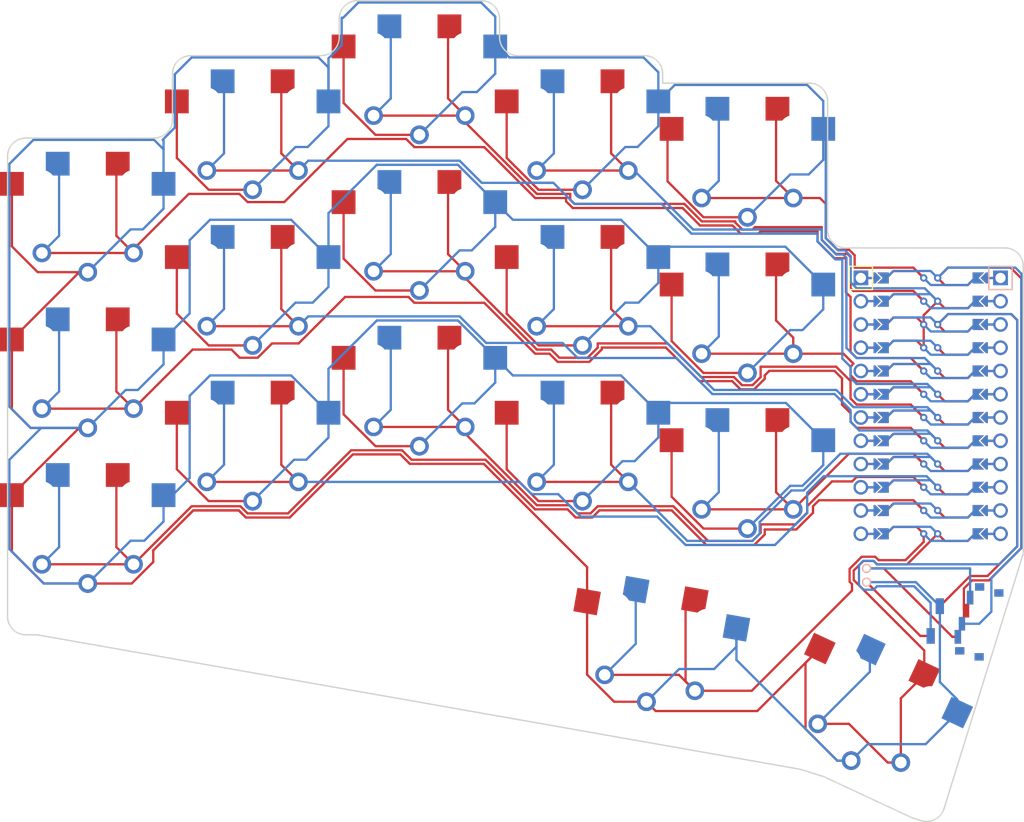
<source format=kicad_pcb>
(kicad_pcb (version 20211014) (generator pcbnew)
  (title_block (title "lazy_ferris") (rev "v1.0.0") (company "Unknown"))
  (layers (0 "F.Cu" signal) (31 "B.Cu" signal) (34 "B.Paste" user) (35 "F.Paste" user) (36 "B.SilkS" user "B.Silkscreen") (37 "F.SilkS" user "F.Silkscreen") (38 "B.Mask" user) (39 "F.Mask" user) (44 "Edge.Cuts" user))
  (net 0 "")
  (net 1 "P8")
  (net 2 "GND")
  (net 3 "P5")
  (net 4 "P2")
  (net 5 "P14")
  (net 6 "P18")
  (net 7 "P20")
  (net 8 "P7")
  (net 9 "P4")
  (net 10 "P0")
  (net 11 "P15")
  (net 12 "P19")
  (net 13 "P21")
  (net 14 "P6")
  (net 15 "P3")
  (net 16 "P1")
  (net 17 "P9")
  (net 18 "P10")
  (net 19 "RAW")
  (net 20 "RST")
  (net 21 "VCC")
  (net 22 "P16")
  (net 23 "pos")
  (footprint "lib:bat" (layer "F.Cu") (at 103 5)
    (fp_text reference "")
    (fp_text value "")
  )
  (footprint "Button_Switch_SMD:SW_SPDT_PCM12" (layer "F.Cu") (at 115 10 72.75)
    (fp_text reference "")
    (fp_text value "")
  )
  (footprint "PG1350" (layer "F.Cu") (at 54.2 -49)
    (fp_text reference "S17" hide)
    (fp_text value "" hide)
  )
  (footprint "PG1350" (layer "F.Cu") (at 54.2 -32)
    (fp_text reference "S15" hide)
    (fp_text value "" hide)
  )
  (footprint "PG1350" (layer "F.Cu") (at 72 -43)
    (fp_text reference "S23" hide)
    (fp_text value "" hide)
  )
  (footprint "PG1350" (layer "F.Cu") (at 90 -6)
    (fp_text reference "S25" hide)
    (fp_text value "" hide)
  )
  (footprint "PG1350" (layer "F.Cu") (at 18 -17 180)
    (fp_text reference "S4" hide)
    (fp_text value "" hide)
  )
  (footprint "PG1350" (layer "F.Cu") (at 80 13 170)
    (fp_text reference "S32" hide)
    (fp_text value "" hide)
  )
  (footprint "PG1350" (layer "F.Cu") (at 80 13 -10)
    (fp_text reference "S31" hide)
    (fp_text value "" hide)
  )
  (footprint "PG1350" (layer "F.Cu") (at 18 -34 180)
    (fp_text reference "S6" hide)
    (fp_text value "" hide)
  )
  (footprint "PG1350" (layer "F.Cu") (at 103.816891 19.893564 155)
    (fp_text reference "S34" hide)
    (fp_text value "" hide)
  )
  (footprint "PG1350" (layer "F.Cu") (at 90 -23 180)
    (fp_text reference "S28" hide)
    (fp_text value "" hide)
  )
  (footprint "PG1350" (layer "F.Cu") (at 18 -17)
    (fp_text reference "S3" hide)
    (fp_text value "" hide)
  )
  (footprint "PG1350" (layer "F.Cu") (at 103.816891 19.893564 -25)
    (fp_text reference "S33" hide)
    (fp_text value "" hide)
  )
  (footprint "PG1350" (layer "F.Cu") (at 36 -26)
    (fp_text reference "S9" hide)
    (fp_text value "" hide)
  )
  (footprint "PG1350" (layer "F.Cu") (at 18 -34)
    (fp_text reference "S5" hide)
    (fp_text value "" hide)
  )
  (footprint "PG1350" (layer "F.Cu") (at 36 -43)
    (fp_text reference "S11" hide)
    (fp_text value "" hide)
  )
  (footprint "PG1350" (layer "F.Cu") (at 90 -40 180)
    (fp_text reference "S30" hide)
    (fp_text value "" hide)
  )
  (footprint "PG1350" (layer "F.Cu") (at 72 -9)
    (fp_text reference "S19" hide)
    (fp_text value "" hide)
  )
  (footprint "PG1350" (layer "F.Cu") (at 72 -26)
    (fp_text reference "S21" hide)
    (fp_text value "" hide)
  )
  (footprint "PG1350" (layer "F.Cu") (at 54.2 -49 180)
    (fp_text reference "S18" hide)
    (fp_text value "" hide)
  )
  (footprint "PG1350" (layer "F.Cu") (at 54.2 -15 180)
    (fp_text reference "S14" hide)
    (fp_text value "" hide)
  )
  (footprint "PG1350" (layer "F.Cu") (at 36 -43 180)
    (fp_text reference "S12" hide)
    (fp_text value "" hide)
  )
  (footprint "PG1350" (layer "F.Cu") (at 90 -6 180)
    (fp_text reference "S26" hide)
    (fp_text value "" hide)
  )
  (footprint "PG1350" (layer "F.Cu") (at 72 -26 180)
    (fp_text reference "S22" hide)
    (fp_text value "" hide)
  )
  (footprint "PG1350" (layer "F.Cu") (at 72 -9 180)
    (fp_text reference "S20" hide)
    (fp_text value "" hide)
  )
  (footprint "ProMicro" (layer "F.Cu") (at 110 -13.5 -90)
    (fp_text reference "MCU1" hide)
    (fp_text value "")
  )
  (footprint "PG1350" (layer "F.Cu") (at 90 -23)
    (fp_text reference "S27" hide)
    (fp_text value "" hide)
  )
  (footprint "PG1350" (layer "F.Cu") (at 36 -9 180)
    (fp_text reference "S8" hide)
    (fp_text value "" hide)
  )
  (footprint "PG1350" (layer "F.Cu") (at 36 -26 180)
    (fp_text reference "S10" hide)
    (fp_text value "" hide)
  )
  (footprint "PG1350" (layer "F.Cu") (at 36 -9)
    (fp_text reference "S7" hide)
    (fp_text value "" hide)
  )
  (footprint "PG1350" (layer "F.Cu") (at 18 0)
    (fp_text reference "S1" hide)
    (fp_text value "" hide)
  )
  (footprint "PG1350" (layer "F.Cu") (at 90 -40)
    (fp_text reference "S29" hide)
    (fp_text value "" hide)
  )
  (footprint "PG1350" (layer "F.Cu") (at 54.2 -15)
    (fp_text reference "S13" hide)
    (fp_text value "" hide)
  )
  (footprint "PG1350" (layer "F.Cu") (at 18 0 180)
    (fp_text reference "S2" hide)
    (fp_text value "" hide)
  )
  (footprint "PG1350" (layer "F.Cu") (at 54.2 -32 180)
    (fp_text reference "S16" hide)
    (fp_text value "" hide)
  )
  (footprint "PG1350" (layer "F.Cu") (at 72 -43 180)
    (fp_text reference "S24" hide)
    (fp_text value "" hide)
  )
  (footprint "Button_Switch_SMD:SW_SPST_B3U-1000P" (layer "F.Cu") (at 110.5 10 72.75)
    (fp_text reference "")
    (fp_text value "")
  )
  (gr_line (start 108.05178 31.516078) (end 108.95502 31.796542) (layer "Edge.Cuts") (width 0.15))
  (gr_arc (start 60.95 -57.75) (mid 62.364214 -57.164214) (end 62.95 -55.75) (layer "Edge.Cuts") (width 0.15))
  (gr_line (start 108 31.5) (end 108.008105 31.502517) (layer "Edge.Cuts") (width 0.15))
  (gr_line (start 64.95 -51.75) (end 78.75 -51.75) (layer "Edge.Cuts") (width 0.15))
  (gr_arc (start 27.25 -44.75) (mid 26.664214 -43.335786) (end 25.25 -42.75) (layer "Edge.Cuts") (width 0.15))
  (gr_line (start 80.75 -48.75) (end 96.75 -48.75) (layer "Edge.Cuts") (width 0.15))
  (gr_line (start 80.75 -48.75) (end 80.75 -49.75) (layer "Edge.Cuts") (width 0.15))
  (gr_line (start 27.25 -49.75) (end 27.25 -44.75) (layer "Edge.Cuts") (width 0.15))
  (gr_line (start 29.25 -51.75) (end 43.45 -51.75) (layer "Edge.Cuts") (width 0.15))
  (gr_line (start 108.008105 31.502517) (end 108.049174 31.521667) (layer "Edge.Cuts") (width 0.15))
  (gr_arc (start 118.1 -30.75) (mid 119.514214 -30.164214) (end 120.1 -28.75) (layer "Edge.Cuts") (width 0.15))
  (gr_arc (start 64.95 -51.75) (mid 63.535786 -52.335786) (end 62.95 -53.75) (layer "Edge.Cuts") (width 0.15))
  (gr_arc (start 78.75 -51.75) (mid 80.164214 -51.164214) (end 80.75 -49.75) (layer "Edge.Cuts") (width 0.15))
  (gr_arc (start 95.641789 26.166192) (mid 95.769864 26.193123) (end 95.895904 26.228374) (layer "Edge.Cuts") (width 0.15))
  (gr_line (start 62.95 -53.75) (end 62.95 -55.75) (layer "Edge.Cuts") (width 0.15))
  (gr_arc (start 11.25 11.5) (mid 9.835786 10.914214) (end 9.25 9.5) (layer "Edge.Cuts") (width 0.15))
  (gr_arc (start 100.75 -30.75) (mid 99.335786 -31.335786) (end 98.75 -32.75) (layer "Edge.Cuts") (width 0.15))
  (gr_line (start 12.637999 11.530384) (end 95.641789 26.166192) (layer "Edge.Cuts") (width 0.15))
  (gr_line (start 120.1 2.75) (end 120.068408 2.75) (layer "Edge.Cuts") (width 0.15))
  (gr_line (start 95.895904 26.228374) (end 98.246694 26.969575) (layer "Edge.Cuts") (width 0.15))
  (gr_arc (start 98.246694 26.969576) (mid 98.370158 27.012994) (end 98.490519 27.064394) (layer "Edge.Cuts") (width 0.15))
  (gr_line (start 9.25 9.5) (end 9.25 -40.75) (layer "Edge.Cuts") (width 0.15))
  (gr_line (start 100.75 -30.75) (end 118.1 -30.75) (layer "Edge.Cuts") (width 0.15))
  (gr_arc (start 45.45 -53.75) (mid 44.864214 -52.335786) (end 43.45 -51.75) (layer "Edge.Cuts") (width 0.15))
  (gr_line (start 111.458143 30.479585) (end 120.068408 2.75) (layer "Edge.Cuts") (width 0.15))
  (gr_arc (start 12.290703 11.500001) (mid 12.465014 11.507612) (end 12.637999 11.530385) (layer "Edge.Cuts") (width 0.15))
  (gr_arc (start 9.25 -40.75) (mid 9.835786 -42.164214) (end 11.25 -42.75) (layer "Edge.Cuts") (width 0.15))
  (gr_line (start 60.95 -57.75) (end 47.45 -57.75) (layer "Edge.Cuts") (width 0.15))
  (gr_arc (start 111.458143 30.479585) (mid 110.479332 31.656477) (end 108.95502 31.796542) (layer "Edge.Cuts") (width 0.15))
  (gr_line (start 108.000343 31.498897) (end 108 31.5) (layer "Edge.Cuts") (width 0.15))
  (gr_line (start 11.25 -42.75) (end 25.25 -42.75) (layer "Edge.Cuts") (width 0.15))
  (gr_line (start 12.290703 11.5) (end 11.25 11.5) (layer "Edge.Cuts") (width 0.15))
  (gr_arc (start 96.75 -48.75) (mid 98.164214 -48.164214) (end 98.75 -46.75) (layer "Edge.Cuts") (width 0.15))
  (gr_line (start 98.490519 27.064394) (end 108.000343 31.498897) (layer "Edge.Cuts") (width 0.15))
  (gr_line (start 120.131984 2.545251) (end 120.1 2.53532) (layer "Edge.Cuts") (width 0.15))
  (gr_line (start 120.1 2.648257) (end 120.1 2.75) (layer "Edge.Cuts") (width 0.15))
  (gr_line (start 45.45 -55.75) (end 45.45 -53.75) (layer "Edge.Cuts") (width 0.15))
  (gr_line (start 120.1 2.648257) (end 120.131984 2.545251) (layer "Edge.Cuts") (width 0.15))
  (gr_line (start 98.75 -32.75) (end 98.75 -46.75) (layer "Edge.Cuts") (width 0.15))
  (gr_line (start 120.1 2.53532) (end 120.1 -28.75) (layer "Edge.Cuts") (width 0.15))
  (gr_arc (start 27.25 -49.75) (mid 27.835786 -51.164214) (end 29.25 -51.75) (layer "Edge.Cuts") (width 0.15))
  (gr_arc (start 45.45 -55.75) (mid 46.035786 -57.164214) (end 47.45 -57.75) (layer "Edge.Cuts") (width 0.15))
  (gr_line (start 108.049174 31.521667) (end 108.05178 31.516078) (layer "Edge.Cuts") (width 0.15))
  (segment (start 21.124999 1.924999) (end 21.124999 -5.799999) (width 0.25) (layer "F.Cu") (net 1))
  (segment (start 66.830747 -2.2) (end 61.410747 -7.62) (width 0.25) (layer "F.Cu") (net 1))
  (segment (start 81.73 -2.09) (end 73.846396 -2.09) (width 0.25) (layer "F.Cu") (net 1))
  (segment (start 91.89 0) (end 91.89 0.542857) (width 0.25) (layer "F.Cu") (net 1))
  (segment (start 97.811396 -3.195) (end 97.156396 -2.54) (width 0.25) (layer "F.Cu") (net 1))
  (segment (start 52.31 -8.65) (end 46.75 -8.65) (width 0.25) (layer "F.Cu") (net 1))
  (segment (start 23 3.8) (end 13 3.8) (width 0.25) (layer "F.Cu") (net 1))
  (segment (start 97.811396 -3.195) (end 108.113 -3.195) (width 0.25) (layer "F.Cu") (net 1))
  (segment (start 90.741857 1.691) (end 85.511 1.691) (width 0.25) (layer "F.Cu") (net 1))
  (segment (start 73.846396 -2.09) (end 73.065396 -1.309) (width 0.25) (layer "F.Cu") (net 1))
  (segment (start 97.156396 -2.54) (end 97.156396 -1.823539) (width 0.25) (layer "F.Cu") (net 1))
  (segment (start 53.34 -7.62) (end 52.31 -8.65) (width 0.25) (layer "F.Cu") (net 1))
  (segment (start 95.332857 0) (end 91.89 0) (width 0.25) (layer "F.Cu") (net 1))
  (segment (start 23 3.8) (end 21.124999 1.924999) (width 0.25) (layer "F.Cu") (net 1))
  (segment (start 109.238 -2.07) (end 108.113 -3.195) (width 0.25) (layer "F.Cu") (net 1))
  (segment (start 91.89 0.542857) (end 90.741857 1.691) (width 0.25) (layer "F.Cu") (net 1))
  (segment (start 46.75 -8.65) (end 39.859 -1.759) (width 0.25) (layer "F.Cu") (net 1))
  (segment (start 21.124999 -5.799999) (end 21.275 -5.95) (width 0.25) (layer "F.Cu") (net 1))
  (segment (start 70.367143 -2.2) (end 66.830747 -2.2) (width 0.25) (layer "F.Cu") (net 1))
  (segment (start 97.156396 -1.823539) (end 95.332857 0) (width 0.25) (layer "F.Cu") (net 1))
  (segment (start 39.859 -1.759) (end 35.444539 -1.759) (width 0.25) (layer "F.Cu") (net 1))
  (segment (start 34.663539 -2.54) (end 29.34 -2.54) (width 0.25) (layer "F.Cu") (net 1))
  (segment (start 29.34 -2.54) (end 23 3.8) (width 0.25) (layer "F.Cu") (net 1))
  (segment (start 71.258143 -1.309) (end 70.367143 -2.2) (width 0.25) (layer "F.Cu") (net 1))
  (segment (start 85.511 1.691) (end 81.73 -2.09) (width 0.25) (layer "F.Cu") (net 1))
  (segment (start 35.444539 -1.759) (end 34.663539 -2.54) (width 0.25) (layer "F.Cu") (net 1))
  (segment (start 61.410747 -7.62) (end 53.34 -7.62) (width 0.25) (layer "F.Cu") (net 1))
  (segment (start 73.065396 -1.309) (end 71.258143 -1.309) (width 0.25) (layer "F.Cu") (net 1))
  (segment (start 13 3.8) (end 14.875001 1.924999) (width 0.25) (layer "B.Cu") (net 1))
  (segment (start 14.875001 1.924999) (end 14.875001 -5.799999) (width 0.25) (layer "B.Cu") (net 1))
  (segment (start 14.875001 -5.799999) (end 14.725 -5.95) (width 0.25) (layer "B.Cu") (net 1))
  (segment (start 63.725 -6.578539) (end 63.725 -12.75) (width 0.25) (layer "F.Cu") (net 2))
  (segment (start 53.153604 -7.17) (end 53.021802 -7.301802) (width 0.25) (layer "F.Cu") (net 2))
  (segment (start 53.021802 -7.301802) (end 52.123604 -8.2) (width 0.25) (layer "F.Cu") (net 2))
  (segment (start 54.2 -43.1) (end 49.403539 -43.1) (width 0.25) (layer "F.Cu") (net 2))
  (segment (start 13.203539 5.9) (end 9.725 2.421461) (width 0.25) (layer "F.Cu") (net 2))
  (segment (start 18 -28.1) (end 12.54 -28.1) (width 0.25) (layer "F.Cu") (net 2))
  (segment (start 54.2 -9.1) (end 49.403539 -9.1) (width 0.25) (layer "F.Cu") (net 2))
  (segment (start 11.76 -11.1) (end 9.725 -13.135) (width 0.25) (layer "F.Cu") (net 2))
  (segment (start 46.936396 -8.2) (end 40.045396 -1.309) (width 0.25) (layer "F.Cu") (net 2))
  (segment (start 109.238 -22.39) (end 109.238 -19.85) (width 0.25) (layer "F.Cu") (net 2))
  (segment (start 72 -37.1) (end 67.203539 -37.1) (width 0.25) (layer "F.Cu") (net 2))
  (segment (start 49.403539 -26.1) (end 45.925 -29.578539) (width 0.25) (layer "F.Cu") (net 2))
  (segment (start 45.925 -46.578539) (end 45.925 -52.75) (width 0.25) (layer "F.Cu") (net 2))
  (segment (start 67.203539 -37.1) (end 63.725 -40.578539) (width 0.25) (layer "F.Cu") (net 2))
  (segment (start 72.501897 15.856289) (end 72.501897 7.870032) (width 0.25) (layer "F.Cu") (net 2))
  (segment (start 9.725 -20.75) (end 17.075 -28.1) (width 0.25) (layer "F.Cu") (net 2))
  (segment (start 34.477143 -2.09) (end 29.526396 -2.09) (width 0.25) (layer "F.Cu") (net 2))
  (segment (start 99.79928 25.24078) (end 96.338403 21.779903) (width 0.25) (layer "F.Cu") (net 2))
  (segment (start 31.203539 -3.1) (end 27.725 -6.578539) (width 0.25) (layer "F.Cu") (net 2))
  (segment (start 9.725 2.421461) (end 9.725 -3.75) (width 0.25) (layer "F.Cu") (net 2))
  (segment (start 18 5.9) (end 22.796461 5.9) (width 0.25) (layer "F.Cu") (net 2))
  (segment (start 72.501897 7.870032) (end 72.501897 4.107546) (width 0.25) (layer "F.Cu") (net 2))
  (segment (start 17.075 -28.1) (end 18 -28.1) (width 0.25) (layer "F.Cu") (net 2))
  (segment (start 96.338403 14.561354) (end 97.902013 12.997744) (width 0.25) (layer "F.Cu") (net 2))
  (segment (start 108.873534 11.623534) (end 103 5.75) (width 0.25) (layer "F.Cu") (net 2))
  (segment (start 27.725 -23.578539) (end 27.725 -29.75) (width 0.25) (layer "F.Cu") (net 2))
  (segment (start 110.762 -24.93) (end 109.238 -23.406) (width 0.25) (layer "F.Cu") (net 2))
  (segment (start 72 -3.1) (end 67.203539 -3.1) (width 0.25) (layer "F.Cu") (net 2))
  (segment (start 61.224351 -7.17) (end 54.2 -7.17) (width 0.25) (layer "F.Cu") (net 2))
  (segment (start 9.725 -13.135) (end 9.725 -20.75) (width 0.25) (layer "F.Cu") (net 2))
  (segment (start 90 -34.1) (end 85.203539 -34.1) (width 0.25) (layer "F.Cu") (net 2))
  (segment (start 31.203539 -20.1) (end 27.725 -23.578539) (width 0.25) (layer "F.Cu") (net 2))
  (segment (start 81.28 -43.305) (end 81.725 -43.75) (width 0.25) (layer "F.Cu") (net 2))
  (segment (start 54.2 -7.17) (end 53.153604 -7.17) (width 0.25) (layer "F.Cu") (net 2))
  (segment (start 18 5.9) (end 13.203539 5.9) (width 0.25) (layer "F.Cu") (net 2))
  (segment (start 45.925 -29.578539) (end 45.925 -35.75) (width 0.25) (layer "F.Cu") (net 2))
  (segment (start 109.238 -23.406) (end 109.238 -22.39) (width 0.25) (layer "F.Cu") (net 2))
  (segment (start 9.725 -30.915) (end 9.725 -37.75) (width 0.25) (layer "F.Cu") (net 2))
  (segment (start 79.991475 19.826365) (end 91.073392 19.826365) (width 0.25) (layer "F.Cu") (net 2))
  (segment (start 25.148197 3.548264) (end 25.148197 2.288198) (width 0.25) (layer "F.Cu") (net 2))
  (segment (start 36 -37.1) (end 31.203539 -37.1) (width 0.25) (layer "F.Cu") (net 2))
  (segment (start 34.793571 -1.773572) (end 34.477143 -2.09) (width 0.25) (layer "F.Cu") (net 2))
  (segment (start 81.28 -38.023539) (end 81.28 -43.305) (width 0.25) (layer "F.Cu") (net 2))
  (segment (start 67.203539 -3.1) (end 63.725 -6.578539) (width 0.25) (layer "F.Cu") (net 2))
  (segment (start 27.725 -40.578539) (end 27.725 -46.75) (width 0.25) (layer "F.Cu") (net 2))
  (segment (start 35.258143 -1.309) (end 34.793571 -1.773572) (width 0.25) (layer "F.Cu") (net 2))
  (segment (start 22.796461 5.9) (end 25.148197 3.548264) (width 0.25) (layer "F.Cu") (net 2))
  (segment (start 81.725 -20.578539) (end 81.725 -26.75) (width 0.25) (layer "F.Cu") (net 2))
  (segment (start 17.075 -11.1) (end 18 -11.1) (width 0.25) (layer "F.Cu") (net 2))
  (segment (start 91.073392 19.826365) (end 97.902013 12.997744) (width 0.25) (layer "F.Cu") (net 2))
  (segment (start 75.455974 18.810366) (end 72.501897 15.856289) (width 0.25) (layer "F.Cu") (net 2))
  (segment (start 78.975476 18.810366) (end 75.455974 18.810366) (width 0.25) (layer "F.Cu") (net 2))
  (segment (start 85.203539 -0.1) (end 81.725 -3.578539) (width 0.25) (layer "F.Cu") (net 2))
  (segment (start 49.403539 -9.1) (end 45.925 -12.578539) (width 0.25) (layer "F.Cu") (net 2))
  (segment (start 90 -0.1) (end 85.203539 -0.1) (width 0.25) (layer "F.Cu") (net 2))
  (segment (start 36 -20.1) (end 31.203539 -20.1) (width 0.25) (layer "F.Cu") (net 2))
  (segment (start 31.203539 -37.1) (end 27.725 -40.578539) (width 0.25) (layer "F.Cu") (net 2))
  (segment (start 9.725 -3.75) (end 17.075 -11.1) (width 0.25) (layer "F.Cu") (net 2))
  (segment (start 34.477143 -2.09) (end 34.733572 -1.833571) (width 0.25) (layer "F.Cu") (net 2))
  (segment (start 109.995879 11.623534) (end 108.873534 11.623534) (width 0.25) (layer "F.Cu") (net 2))
  (segment (start 36 -3.1) (end 31.203539 -3.1) (width 0.25) (layer "F.Cu") (net 2))
  (segment (start 30.48 -2.09) (end 34.477143 -2.09) (width 0.25) (layer "F.Cu") (net 2))
  (segment (start 67.203539 -20.1) (end 63.725 -23.578539) (width 0.25) (layer "F.Cu") (net 2))
  (segment (start 29.526396 -2.09) (end 30.48 -2.09) (width 0.25) (layer "F.Cu") (net 2))
  (segment (start 78.975476 18.810366) (end 79.991475 19.826365) (width 0.25) (layer "F.Cu") (net 2))
  (segment (start 27.725 -6.578539) (end 27.725 -12.75) (width 0.25) (layer "F.Cu") (net 2))
  (segment (start 18 -11.1) (end 11.76 -11.1) (width 0.25) (layer "F.Cu") (net 2))
  (segment (start 85.203539 -34.1) (end 81.28 -38.023539) (width 0.25) (layer "F.Cu") (net 2))
  (segment (start 12.54 -28.1) (end 9.725 -30.915) (width 0.25) (layer "F.Cu") (net 2))
  (segment (start 45.925 -12.578539) (end 45.925 -18.75) (width 0.25) (layer "F.Cu") (net 2))
  (segment (start 52.123604 -8.2) (end 46.936396 -8.2) (width 0.25) (layer "F.Cu") (net 2))
  (segment (start 63.725 -23.578539) (end 63.725 -29.75) (width 0.25) (layer "F.Cu") (net 2))
  (segment (start 25.148197 2.288198) (end 29.526396 -2.09) (width 0.25) (layer "F.Cu") (net 2))
  (segment (start 63.725 -40.578539) (end 63.725 -46.75) (width 0.25) (layer "F.Cu") (net 2))
  (segment (start 85.203539 -17.1) (end 81.725 -20.578539) (width 0.25) (layer "F.Cu") (net 2))
  (segment (start 81.725 -3.578539) (end 81.725 -9.75) (width 0.25) (layer "F.Cu") (net 2))
  (segment (start 72.501897 4.107546) (end 61.224351 -7.17) (width 0.25) (layer "F.Cu") (net 2))
  (segment (start 96.338403 21.779903) (end 96.338403 14.561354) (width 0.25) (layer "F.Cu") (net 2))
  (segment (start 40.045396 -1.309) (end 35.258143 -1.309) (width 0.25) (layer "F.Cu") (net 2))
  (segment (start 90 -17.1) (end 85.203539 -17.1) (width 0.25) (layer "F.Cu") (net 2))
  (segment (start 101.323443 25.24078) (end 99.79928 25.24078) (width 0.25) (layer "F.Cu") (net 2))
  (segment (start 54.2 -26.1) (end 49.403539 -26.1) (width 0.25) (layer "F.Cu") (net 2))
  (segment (start 49.403539 -43.1) (end 45.925 -46.578539) (width 0.25) (layer "F.Cu") (net 2))
  (segment (start 72 -20.1) (end 67.203539 -20.1) (width 0.25) (layer "F.Cu") (net 2))
  (segment (start 29.526396 -2.09) (end 28.958198 -1.521802) (width 0.25) (layer "F.Cu") (net 2))
  (segment (start 80.275 -12.75) (end 80.275 -10.041314) (width 0.25) (layer "B.Cu") (net 2))
  (segment (start 98.275 -43.75) (end 98.275 -46.795) (width 0.25) (layer "B.Cu") (net 2))
  (segment (start 40.199999 -16.825001) (end 31.350001 -16.825001) (width 0.25) (layer "B.Cu") (net 2))
  (segment (start 98.55 -31.827306) (end 99.897306 -30.48) (width 0.25) (layer "B.Cu") (net 2))
  (segment (start 60.474099 -47.774099) (end 62.475 -49.775) (width 0.25) (layer "B.Cu") (net 2))
  (segment (start 11.76 -11.1) (end 9.45 -13.41) (width 0.25) (layer "B.Cu") (net 2))
  (segment (start 86.36 15.24) (end 88.800465 12.799535) (width 0.25) (layer "B.Cu") (net 2))
  (segment (start 98.275 -46.795) (end 96.52 -48.55) (width 0.25) (layer "B.Cu") (net 2))
  (segment (start 90 -0.1) (end 94.674099 -4.774099) (width 0.25) (layer "B.Cu") (net 2))
  (segment (start 78.114099 -24.774099) (end 80.275 -26.935) (width 0.25) (layer "B.Cu") (net 2))
  (segment (start 78.007785 -41.774099) (end 76.674099 -41.774099) (width 0.25) (layer "B.Cu") (net 2))
  (segment (start 31.350001 -33.825001) (end 29.124999 -31.599999) (width 0.25) (layer "B.Cu") (net 2))
  (segment (start 96.52 -48.55) (end 82.075 -48.55) (width 0.25) (layer "B.Cu") (net 2))
  (segment (start 44.275 -29.75) (end 44.275 -26.495) (width 0.25) (layer "B.Cu") (net 2))
  (segment (start 82.075 -48.55) (end 80.275 -46.75) (width 0.25) (layer "B.Cu") (net 2))
  (segment (start 22.14 -15.24) (end 18 -11.1) (width 0.25) (layer "B.Cu") (net 2))
  (segment (start 44.275 -12.75) (end 40.199999 -16.825001) (width 0.25) (layer "B.Cu") (net 2))
  (segment (start 62.475 -52.75) (end 62.475 -56.01446) (width 0.25) (layer "B.Cu") (net 2))
  (segment (start 18 5.9) (end 22.674099 1.225901) (width 0.25) (layer "B.Cu") (net 2))
  (segment (start 45.871887 -55.88) (end 47.541887 -57.55) (width 0.25) (layer "B.Cu") (net 2))
  (segment (start 49.550001 -22.825001) (end 58.399999 -22.825001) (width 0.25) (layer "B.Cu") (net 2))
  (segment (start 103.120358 23.443865) (end 109.449617 23.443865) (width 0.25) (layer "B.Cu") (net 2))
  (segment (start 45.72 -55.88) (end 45.871887 -55.88) (width 0.25) (layer "B.Cu") (net 2))
  (segment (start 58.399999 -39.825001) (end 62.475 -35.75) (width 0.25) (layer "B.Cu") (net 2))
  (segment (start 26.181992 -42.559298) (end 27.508405 -43.885711) (width 0.25) (layer "B.Cu") (net 2))
  (segment (start 29.341887 -51.55) (end 43.18 -51.55) (width 0.25) (layer "B.Cu") (net 2))
  (segment (start 72 -20.1) (end 76.674099 -24.774099) (width 0.25) (layer "B.Cu") (net 2))
  (segment (start 80.275 -26.935) (end 80.275 -29.75) (width 0.25) (layer "B.Cu") (net 2))
  (segment (start 42.007785 -41.774099) (end 44.275 -44.041314) (width 0.25) (layer "B.Cu") (net 2))
  (segment (start 44.275 -46.75) (end 44.275 -50.455) (width 0.25) (layer "B.Cu") (net 2))
  (segment (start 62.832503 -53.144004) (end 62.475 -52.786501) (width 0.25) (layer "B.Cu") (net 2))
  (segment (start 80.275 -46.75) (end 80.275 -44.041314) (width 0.25) (layer "B.Cu") (net 2))
  (segment (start 29.124999 -14.599999) (end 29.124999 -13.884999) (width 0.25) (layer "B.Cu") (net 2))
  (segment (start 64.399999 -16.825001) (end 76.199999 -16.825001) (width 0.25) (layer "B.Cu") (net 2))
  (segment (start 29.124999 -5.614001) (end 27.260998 -3.75) (width 0.25) (layer "B.Cu") (net 2))
  (segment (start 13.203539 5.9) (end 9.45 2.146461) (width 0.25) (layer "B.Cu") (net 2))
  (segment (start 24.174099 1.225901) (end 26.275 -0.875) (width 0.25) (layer "B.Cu") (net 2))
  (segment (start 45.72 -52.897306) (end 45.72 -55.88) (width 0.25) (layer "B.Cu") (net 2))
  (segment (start 62.475 -35.75) (end 62.475 -33.041314) (width 0.25) (layer "B.Cu") (net 2))
  (segment (start 80.275 -12.75) (end 76.199999 -16.825001) (width 0.25) (layer "B.Cu") (net 2))
  (segment (start 36 -20.1) (end 40.674099 -24.774099) (width 0.25) (layer "B.Cu") (net 2))
  (segment (start 40.199999 -33.825001) (end 31.350001 -33.825001) (width 0.25) (layer "B.Cu") (net 2))
  (segment (start 94.1425 -30.8825) (end 81.4075 -30.8825) (width 0.25) (layer "B.Cu") (net 2))
  (segment (start 26.275 -20.75) (end 26.275 -18.041314) (width 0.25) (layer "B.Cu") (net 2))
  (segment (start 60.944393 -57.545067) (end 60.93946 -57.55) (width 0.25) (layer "B.Cu") (net 2))
  (segment (start 90 -17.1) (end 94.674099 -21.774099) (width 0.25) (layer "B.Cu") (net 2))
  (segment (start 44.275 -46.75) (end 44.275 -51.452306) (width 0.25) (layer "B.Cu") (net 2))
  (segment (start 98.55 -43.475) (end 98.275 -43.75) (width 0.25) (layer "B.Cu") (net 2))
  (segment (start 94.674099 -21.774099) (end 96.007785 -21.774099) (width 0.25) (layer "B.Cu") (net 2))
  (segment (start 44.275 -44.041314) (end 44.275 -46.75) (width 0.25) (layer "B.Cu") (net 2))
  (segment (start 64.027306 -51.55) (end 62.832503 -52.744803) (width 0.25) (layer "B.Cu") (net 2))
  (segment (start 26.275 -18.041314) (end 23.473686 -15.24) (width 0.25) (layer "B.Cu") (net 2))
  (segment (start 100.646396 -30.48) (end 99.897306 -30.48) (width 0.25) (layer "B.Cu") (net 2))
  (segment (start 44.275 -34.55) (end 49.550001 -39.825001) (width 0.25) (layer "B.Cu") (net 2))
  (segment (start 9.45 -13.41) (end 9.45 -39.93) (width 0.25) (layer "B.Cu") (net 2))
  (segment (start 101.323443 25.24078) (end 103.120358 23.443865) (width 0.25) (layer "B.Cu") (net 2))
  (segment (start 80.275 -10.041314) (end 77.693686 -7.46) (width 0.25) (layer "B.Cu") (net 2))
  (segment (start 26.275 -41.515) (end 26.275 -42.46629) (width 0.25) (layer "B.Cu") (net 2))
  (segment (start 77.693686 -7.46) (end 76.36 -7.46) (width 0.25) (layer "B.Cu") (net 2))
  (segment (start 44.275 -50.455) (end 43.18 -51.55) (width 0.25) (layer "B.Cu") (net 2))
  (segment (start 9.45 2.146461) (end 9.45 -7.62) (width 0.25) (layer "B.Cu") (net 2))
  (segment (start 24.007785 -32.774099) (end 22.674099 -32.774099) (width 0.25) (layer "B.Cu") (net 2))
  (segment (start 44.275 -29.75) (end 40.199999 -33.825001) (width 0.25) (layer "B.Cu") (net 2))
  (segment (start 44.275 -17.55) (end 49.550001 -22.825001) (width 0.25) (layer "B.Cu") (net 2))
  (segment (start 31.350001 -16.825001) (end 29.124999 -14.599999) (width 0.25) (layer "B.Cu") (net 2))
  (segment (start 12.07 -42.55) (end 25.24 -42.55) (width 0.25) (layer "B.Cu") (net 2))
  (segment (start 41.853686 -7.62) (end 44.275 -10.041314) (width 0.25) (layer "B.Cu") (net 2))
  (segment (start 58.58 -30.48) (end 54.2 -26.1) (width 0.25) (layer "B.Cu") (net 2))
  (segment (start 82.545842 15.24) (end 86.36 15.24) (width 0.25) (layer "B.Cu") (net 2))
  (segment (start 26.275 -37.75) (end 26.275 -41.515) (width 0.25) (layer "B.Cu") (net 2))
  (segment (start 54.2 -43.1) (end 58.874099 -47.774099) (width 0.25) (layer "B.Cu") (net 2))
  (segment (start 22.674099 -32.774099) (end 18 -28.1) (width 0.25) (layer "B.Cu") (net 2))
  (segment (start 40.674099 -41.774099) (end 42.007785 -41.774099) (width 0.25) (layer "B.Cu") (net 2))
  (segment (start 27.508405 -49.716518) (end 29.341887 -51.55) (width 0.25) (layer "B.Cu") (net 2))
  (segment (start 44.275 -10.041314) (end 44.275 -12.75) (width 0.25) (layer "B.Cu") (net 2))
  (segment (start 81.350001 -13.825001) (end 80.275 -12.75) (width 0.25) (layer "B.Cu") (net 2))
  (segment (start 80.275 -46.75) (end 80.275 -49.933113) (width 0.25) (layer "B.Cu") (net 2))
  (segment (start 98.275 -7.041314) (end 98.275 -9.75) (width 0.25) (layer "B.Cu") (net 2))
  (segment (start 36 -37.1) (end 40.674099 -41.774099) (width 0.25) (layer "B.Cu") (net 2))
  (segment (start 60.207785 -13.774099) (end 58.874099 -13.774099) (width 0.25) (layer "B.Cu") (net 2))
  (segment (start 27.260998 -3.75) (end 26.275 -3.75) (width 0.25) (layer "B.Cu") (net 2))
  (segment (start 98.275 -9.75) (end 94.199999 -13.825001) (width 0.25) (layer "B.Cu") (net 2))
  (segment (start 78.658113 -51.55) (end 64.027306 -51.55) (width 0.25) (layer "B.Cu") (net 2))
  (segment (start 88.800465 12.799535) (end 88.800465 10.74391) (width 0.25) (layer "B.Cu") (net 2))
  (segment (start 112.901406 19.992076) (end 112.901406 18.557685) (width 0.25) (layer "B.Cu") (net 2))
  (segment (start 62.475 -16.041314) (end 60.207785 -13.774099) (width 0.25) (layer "B.Cu") (net 2))
  (segment (start 29.124999 -13.884999) (end 29.124999 -5.614001) (width 0.25) (layer "B.Cu") (net 2))
  (segment (start 26.275 -42.46629) (end 26.181992 -42.559298) (width 0.25) (layer "B.Cu") (net 2))
  (segment (start 94.674099 -38.774099) (end 96.684099 -38.774099) (width 0.25) (layer "B.Cu") (net 2))
  (segment (start 18 -11.1) (end 11.76 -11.1) (width 0.25) (layer "B.Cu") (net 2))
  (segment (start 80.275 -29.75) (end 76.199999 -33.825001) (width 0.25) (layer "B.Cu") (net 2))
  (segment (start 26.275 -20.75) (end 29.124999 -23.599999) (width 0.25) (layer "B.Cu") (net 2))
  (segment (start 94.199999 -13.825001) (end 81.350001 -13.825001) (width 0.25) (layer "B.Cu") (net 2))
  (segment (start 29.124999 -23.599999) (end 29.124999 -31.599999) (width 0.25) (layer "B.Cu") (net 2))
  (segment (start 44.275 -26.495) (end 42.554099 -24.774099) (width 0.25) (layer "B.Cu") (net 2))
  (segment (start 96.007785 -4.774099) (end 98.275 -7.041314) (width 0.25) (layer "B.Cu") (net 2))
  (segment (start 58.874099 -47.774099) (end 60.474099 -47.774099) (width 0.25) (layer "B.Cu") (net 2))
  (segment (start 12.93 -11.1) (end 18 -11.1) (width 0.25) (layer "B.Cu") (net 2))
  (segment (start 62.475 -52.786501) (end 62.475 -52.75) (width 0.25) (layer "B.Cu") (net 2))
  (segment (start 112.901406 18.557685) (end 111.004121 16.6604) (width 0.25) (layer "B.Cu") (net 2))
  (segment (start 62.475 -56.01446) (end 60.944393 -57.545067) (width 0.25) (layer "B.Cu") (net 2))
  (segment (start 22.674099 1.225901) (end 24.174099 1.225901) (width 0.25) (layer "B.Cu") (net 2))
  (segment (start 98.275 -26.75) (end 94.1425 -30.8825) (width 0.25) (layer "B.Cu") (net 2))
  (segment (start 49.550001 -39.825001) (end 58.399999 -39.825001) (width 0.25) (layer "B.Cu") (net 2))
  (segment (start 94.674099 -4.774099) (end 96.007785 -4.774099) (width 0.25) (layer "B.Cu") (net 2))
  (segment (start 23.473686 -15.24) (end 22.14 -15.24) (width 0.25) (layer "B.Cu") (net 2))
  (segment (start 103 5.75) (end 108.377655 5.75) (width 0.25) (layer "B.Cu") (net 2))
  (segment (start 9.45 -7.62) (end 12.93 -11.1) (width 0.25) (layer "B.Cu") (net 2))
  (segment (start 80.275 -49.933113) (end 78.658113 -51.55) (width 0.25) (layer "B.Cu") (net 2))
  (segment (start 62.475 -49.775) (end 62.475 -52.75) (width 0.25) (layer "B.Cu") (net 2))
  (segment (start 101.255 -29.871396) (end 100.646396 -30.48) (width 0.25) (layer "B.Cu") (net 2))
  (segment (start 59.913686 -30.48) (end 58.58 -30.48) (width 0.25) (layer "B.Cu") (net 2))
  (segment (start 96.007785 -21.774099) (end 98.275 -24.041314) (width 0.25) (layer "B.Cu") (net 2))
  (segment (start 40.52 -7.62) (end 41.853686 -7.62) (width 0.25) (layer "B.Cu") (net 2))
  (segment (start 62.475 -35.75) (end 64.399999 -33.825001) (width 0.25) (layer "B.Cu") (net 2))
  (segment (start 88.800465 10.74391) (end 88.800465 14.241965) (width 0.25) (layer "B.Cu") (net 2))
  (segment (start 109.449617 23.443865) (end 112.901406 19.992076) (width 0.25) (layer "B.Cu") (net 2))
  (segment (start 26.275 -37.75) (end 26.275 -35.041314) (width 0.25) (layer "B.Cu") (net 2))
  (segment (start 88.800465 14.241965) (end 99.79928 25.24078) (width 0.25) (layer "B.Cu") (net 2))
  (segment (start 96.684099 -38.774099) (end 98.275 -40.365) (width 0.25) (layer "B.Cu") (net 2))
  (segment (start 80.275 -44.041314) (end 78.007785 -41.774099) (width 0.25) (layer "B.Cu") (net 2))
  (segment (start 108.377655 5.75) (end 111.004121 8.376466) (width 0.25) (layer "B.Cu") (net 2))
  (segment (start 99.79928 25.24078) (end 101.323443 25.24078) (width 0.25) (layer "B.Cu") (net 2))
  (segment (start 98.275 -24.041314) (end 98.275 -26.75) (width 0.25) (layer "B.Cu") (net 2))
  (segment (start 62.475 -18.75) (end 62.475 -16.041314) (width 0.25) (layer "B.Cu") (net 2))
  (segment (start 111.004121 16.6604) (end 111.004121 8.376466) (width 0.25) (layer "B.Cu") (net 2))
  (segment (start 72 -3.1) (end 76.36 -7.46) (width 0.25) (layer "B.Cu") (net 2))
  (segment (start 47.541887 -57.55) (end 60.93946 -57.55) (width 0.25) (layer "B.Cu") (net 2))
  (segment (start 54.2 -9.1) (end 58.874099 -13.774099) (width 0.25) (layer "B.Cu") (net 2))
  (segment (start 81.4075 -30.8825) (end 80.275 -29.75) (width 0.25) (layer "B.Cu") (net 2))
  (segment (start 25.24 -42.55) (end 26.275 -41.515) (width 0.25) (layer "B.Cu") (net 2))
  (segment (start 62.475 -33.041314) (end 59.913686 -30.48) (width 0.25) (layer "B.Cu") (net 2))
  (segment (start 42.554099 -24.774099) (end 40.674099 -24.774099) (width 0.25) (layer "B.Cu") (net 2))
  (segment (start 27.508405 -43.885711) (end 27.508405 -49.716518) (width 0.25) (layer "B.Cu") (net 2))
  (segment (start 18 5.9) (end 13.203539 5.9) (width 0.25) (layer "B.Cu") (net 2))
  (segment (start 76.674099 -24.774099) (end 78.114099 -24.774099) (width 0.25) (layer "B.Cu") (net 2))
  (segment (start 26.275 -0.875) (end 26.275 -3.75) (width 0.25) (layer "B.Cu") (net 2))
  (segment (start 72 -37.1) (end 76.674099 -41.774099) (width 0.25) (layer "B.Cu") (net 2))
  (segment (start 44.275 -51.452306) (end 45.72 -52.897306) (width 0.25) (layer "B.Cu") (net 2))
  (segment (start 101.255 -27.004009) (end 101.255 -29.871396) (width 0.25) (layer "B.Cu") (net 2))
  (segment (start 62.832503 -52.744803) (end 62.832503 -53.144004) (width 0.25) (layer "B.Cu") (net 2))
  (segment (start 98.275 -40.365) (end 98.275 -43.75) (width 0.25) (layer "B.Cu") (net 2))
  (segment (start 62.475 -18.75) (end 64.399999 -16.825001) (width 0.25) (layer "B.Cu") (net 2))
  (segment (start 98.55 -31.827306) (end 98.55 -43.475) (width 0.25) (layer "B.Cu") (net 2))
  (segment (start 44.275 -12.75) (end 44.275 -17.55) (width 0.25) (layer "B.Cu") (net 2))
  (segment (start 44.275 -29.75) (end 44.275 -34.55) (width 0.25) (layer "B.Cu") (net 2))
  (segment (start 26.275 -35.041314) (end 24.007785 -32.774099) (width 0.25) (layer "B.Cu") (net 2))
  (segment (start 64.399999 -33.825001) (end 76.199999 -33.825001) (width 0.25) (layer "B.Cu") (net 2))
  (segment (start 9.45 -39.93) (end 12.07 -42.55) (width 0.25) (layer "B.Cu") (net 2))
  (segment (start 110.762 -24.93) (end 109.347 -26.345) (width 0.25) (layer "B.Cu") (net 2))
  (segment (start 109.347 -26.345) (end 101.914009 -26.345) (width 0.25) (layer "B.Cu") (net 2))
  (segment (start 101.914009 -26.345) (end 101.255 -27.004009) (width 0.25) (layer "B.Cu") (net 2))
  (segment (start 90 -34.1) (end 94.674099 -38.774099) (width 0.25) (layer "B.Cu") (net 2))
  (segment (start 58.399999 -22.825001) (end 62.475 -18.75) (width 0.25) (layer "B.Cu") (net 2))
  (segment (start 78.975476 18.810366) (end 82.545842 15.24) (width 0.25) (layer "B.Cu") (net 2))
  (segment (start 36 -3.1) (end 40.52 -7.62) (width 0.25) (layer "B.Cu") (net 2))
  (segment (start 29.45 -19.65) (end 33.69 -19.65) (width 0.25) (layer "F.Cu") (net 3))
  (segment (start 34.581 -18.759) (end 36.555461 -18.759) (width 0.25) (layer "F.Cu") (net 3))
  (segment (start 74.11 -19.87) (end 81.093604 -19.87) (width 0.25) (layer "F.Cu") (net 3))
  (segment (start 53.003539 -25.4) (end 53.644539 -24.759) (width 0.25) (layer "F.Cu") (net 3))
  (segment (start 61.271747 -24.759) (end 66.830747 -19.2) (width 0.25) (layer "F.Cu") (net 3))
  (segment (start 41.016461 -20.32) (end 46.096461 -25.4) (width 0.25) (layer "F.Cu") (net 3))
  (segment (start 23 -13.2) (end 29.45 -19.65) (width 0.25) (layer "F.Cu") (net 3))
  (segment (start 74.11 -19.677143) (end 74.11 -19.87) (width 0.25) (layer "F.Cu") (net 3))
  (segment (start 46.096461 -25.4) (end 53.003539 -25.4) (width 0.25) (layer "F.Cu") (net 3))
  (segment (start 36.555461 -18.759) (end 38.1 -20.303539) (width 0.25) (layer "F.Cu") (net 3))
  (segment (start 21.124999 -22.799999) (end 21.275 -22.95) (width 0.25) (layer "F.Cu") (net 3))
  (segment (start 107.823 -11.105) (end 101.914009 -11.105) (width 0.25) (layer "F.Cu") (net 3))
  (segment (start 91.89 -16.457143) (end 91.89 -16.829935) (width 0.25) (layer "F.Cu") (net 3))
  (segment (start 92.390065 -17.33) (end 99.496217 -17.33) (width 0.25) (layer "F.Cu") (net 3))
  (segment (start 109.238 -9.69) (end 107.823 -11.105) (width 0.25) (layer "F.Cu") (net 3))
  (segment (start 101.255 -12.695991) (end 100.323108 -13.627883) (width 0.25) (layer "F.Cu") (net 3))
  (segment (start 101.914009 -11.105) (end 101.255 -11.764009) (width 0.25) (layer "F.Cu") (net 3))
  (segment (start 89.232604 -15.309) (end 90.741857 -15.309) (width 0.25) (layer "F.Cu") (net 3))
  (segment (start 38.1 -20.32) (end 41.016461 -20.32) (width 0.25) (layer "F.Cu") (net 3))
  (segment (start 33.69 -19.65) (end 34.581 -18.759) (width 0.25) (layer "F.Cu") (net 3))
  (segment (start 88.341604 -16.2) (end 89.232604 -15.309) (width 0.25) (layer "F.Cu") (net 3))
  (segment (start 101.255 -11.764009) (end 101.255 -12.695991) (width 0.25) (layer "F.Cu") (net 3))
  (segment (start 90.741857 -15.309) (end 91.89 -16.457143) (width 0.25) (layer "F.Cu") (net 3))
  (segment (start 72.741857 -18.309) (end 74.11 -19.677143) (width 0.25) (layer "F.Cu") (net 3))
  (segment (start 21.124999 -15.075001) (end 21.124999 -22.799999) (width 0.25) (layer "F.Cu") (net 3))
  (segment (start 23 -13.2) (end 13 -13.2) (width 0.25) (layer "F.Cu") (net 3))
  (segment (start 68.393604 -19.2) (end 69.284604 -18.309) (width 0.25) (layer "F.Cu") (net 3))
  (segment (start 69.284604 -18.309) (end 72.741857 -18.309) (width 0.25) (layer "F.Cu") (net 3))
  (segment (start 23 -13.2) (end 21.124999 -15.075001) (width 0.25) (layer "F.Cu") (net 3))
  (segment (start 100.323108 -13.627883) (end 100.323108 -16.503109) (width 0.25) (layer "F.Cu") (net 3))
  (segment (start 81.093604 -19.87) (end 84.763604 -16.2) (width 0.25) (layer "F.Cu") (net 3))
  (segment (start 84.763604 -16.2) (end 88.341604 -16.2) (width 0.25) (layer "F.Cu") (net 3))
  (segment (start 66.830747 -19.2) (end 68.393604 -19.2) (width 0.25) (layer "F.Cu") (net 3))
  (segment (start 91.89 -16.829935) (end 92.390065 -17.33) (width 0.25) (layer "F.Cu") (net 3))
  (segment (start 53.644539 -24.759) (end 61.271747 -24.759) (width 0.25) (layer "F.Cu") (net 3))
  (segment (start 99.496217 -17.33) (end 100.323108 -16.503109) (width 0.25) (layer "F.Cu") (net 3))
  (segment (start 13 -13.2) (end 14.875001 -15.075001) (width 0.25) (layer "B.Cu") (net 3))
  (segment (start 14.875001 -15.075001) (end 14.875001 -22.799999) (width 0.25) (layer "B.Cu") (net 3))
  (segment (start 14.875001 -22.799999) (end 14.725 -22.95) (width 0.25) (layer "B.Cu") (net 3))
  (segment (start 46.346461 -42.65) (end 52.753539 -42.65) (width 0.25) (layer "F.Cu") (net 4))
  (segment (start 52.753539 -42.65) (end 53.644539 -41.759) (width 0.25) (layer "F.Cu") (net 4))
  (segment (start 34.553539 -36.65) (end 35.444539 -35.759) (width 0.25) (layer "F.Cu") (net 4))
  (segment (start 21.124999 -32.075001) (end 21.124999 -39.799999) (width 0.25) (layer "F.Cu") (net 4))
  (segment (start 70.933604 -35.11) (end 82.920747 -35.11) (width 0.25) (layer "F.Cu") (net 4))
  (segment (start 100.746802 -25.904189) (end 101.255 -25.395991) (width 0.25) (layer "F.Cu") (net 4))
  (segment (start 82.920747 -35.11) (end 84.830747 -33.2) (width 0.25) (layer "F.Cu") (net 4))
  (segment (start 91.179 -32.309) (end 91.44 -32.57) (width 0.25) (layer "F.Cu") (net 4))
  (segment (start 97.65 -32.57) (end 97.65 -31.454514) (width 0.25) (layer "F.Cu") (net 4))
  (segment (start 61.271747 -41.759) (end 66.830747 -36.2) (width 0.25) (layer "F.Cu") (net 4))
  (segment (start 21.124999 -39.799999) (end 21.275 -39.95) (width 0.25) (layer "F.Cu") (net 4))
  (segment (start 91.44 -32.57) (end 97.65 -32.57) (width 0.25) (layer "F.Cu") (net 4))
  (segment (start 23 -30.2) (end 13 -30.2) (width 0.25) (layer "F.Cu") (net 4))
  (segment (start 66.830747 -36.2) (end 70.209 -36.2) (width 0.25) (layer "F.Cu") (net 4))
  (segment (start 89.258143 -32.309) (end 91.179 -32.309) (width 0.25) (layer "F.Cu") (net 4))
  (segment (start 107.823 -18.725) (end 109.238 -17.31) (width 0.25) (layer "F.Cu") (net 4))
  (segment (start 53.644539 -41.759) (end 61.271747 -41.759) (width 0.25) (layer "F.Cu") (net 4))
  (segment (start 99.477712 -29.626802) (end 100.746802 -29.626802) (width 0.25) (layer "F.Cu") (net 4))
  (segment (start 70.209 -35.834604) (end 70.933604 -35.11) (width 0.25) (layer "F.Cu") (net 4))
  (segment (start 84.830747 -33.2) (end 88.367143 -33.2) (width 0.25) (layer "F.Cu") (net 4))
  (segment (start 35.444539 -35.759) (end 39.455461 -35.759) (width 0.25) (layer "F.Cu") (net 4))
  (segment (start 101.914009 -18.725) (end 107.823 -18.725) (width 0.25) (layer "F.Cu") (net 4))
  (segment (start 39.455461 -35.759) (end 46.346461 -42.65) (width 0.25) (layer "F.Cu") (net 4))
  (segment (start 97.65 -31.454514) (end 99.477712 -29.626802) (width 0.25) (layer "F.Cu") (net 4))
  (segment (start 29.03 -36.65) (end 34.553539 -36.65) (width 0.25) (layer "F.Cu") (net 4))
  (segment (start 22.86 -30.48) (end 22.86 -30.34) (width 0.25) (layer "F.Cu") (net 4))
  (segment (start 29.03 -36.65) (end 22.86 -30.48) (width 0.25) (layer "F.Cu") (net 4))
  (segment (start 23 -30.2) (end 21.124999 -32.075001) (width 0.25) (layer "F.Cu") (net 4))
  (segment (start 101.255 -25.395991) (end 101.255 -19.384009) (width 0.25) (layer "F.Cu") (net 4))
  (segment (start 101.255 -19.384009) (end 101.914009 -18.725) (width 0.25) (layer "F.Cu") (net 4))
  (segment (start 100.746802 -29.626802) (end 100.746802 -25.904189) (width 0.25) (layer "F.Cu") (net 4))
  (segment (start 88.367143 -33.2) (end 89.258143 -32.309) (width 0.25) (layer "F.Cu") (net 4))
  (segment (start 22.86 -30.34) (end 23 -30.2) (width 0.25) (layer "F.Cu") (net 4))
  (segment (start 70.209 -36.2) (end 70.209 -35.834604) (width 0.25) (layer "F.Cu") (net 4))
  (segment (start 14.875001 -39.799999) (end 14.725 -39.95) (width 0.25) (layer "B.Cu") (net 4))
  (segment (start 13 -30.2) (end 14.875001 -32.075001) (width 0.25) (layer "B.Cu") (net 4))
  (segment (start 14.875001 -32.075001) (end 14.875001 -39.799999) (width 0.25) (layer "B.Cu") (net 4))
  (segment (start 41 -5.2) (end 31 -5.2) (width 0.25) (layer "F.Cu") (net 5))
  (segment (start 41 -5.2) (end 39.124999 -7.075001) (width 0.25) (layer "F.Cu") (net 5))
  (segment (start 39.124999 -7.075001) (end 39.124999 -14.799999) (width 0.25) (layer "F.Cu") (net 5))
  (segment (start 39.124999 -14.799999) (end 39.275 -14.95) (width 0.25) (layer "F.Cu") (net 5))
  (segment (start 93.005461 1.691) (end 83.254604 1.691) (width 0.25) (layer "B.Cu") (net 5))
  (segment (start 65.103539 -5.2) (end 41 -5.2) (width 0.25) (layer "B.Cu") (net 5))
  (segment (start 96.52 -1.823539) (end 93.005461 1.691) (width 0.25) (layer "B.Cu") (net 5))
  (segment (start 32.875001 -7.075001) (end 32.875001 -14.799999) (width 0.25) (layer "B.Cu") (net 5))
  (segment (start 83.254604 1.691) (end 80.151802 -1.411802) (width 0.25) (layer "B.Cu") (net 5))
  (segment (start 98.323239 -5.816761) (end 96.52 -4.013522) (width 0.25) (layer "B.Cu") (net 5))
  (segment (start 71.791737 -1.411802) (end 69.344539 -3.859) (width 0.25) (layer "B.Cu") (net 5))
  (segment (start 32.875001 -14.799999) (end 32.725 -14.95) (width 0.25) (layer "B.Cu") (net 5))
  (segment (start 31 -5.2) (end 32.875001 -7.075001) (width 0.25) (layer "B.Cu") (net 5))
  (segment (start 109.555239 -5.816761) (end 98.323239 -5.816761) (width 0.25) (layer "B.Cu") (net 5))
  (segment (start 110.762 -4.61) (end 109.555239 -5.816761) (width 0.25) (layer "B.Cu") (net 5))
  (segment (start 80.151802 -1.411802) (end 71.791737 -1.411802) (width 0.25) (layer "B.Cu") (net 5))
  (segment (start 96.52 -4.013522) (end 96.52 -1.823539) (width 0.25) (layer "B.Cu") (net 5))
  (segment (start 66.444539 -3.859) (end 65.103539 -5.2) (width 0.25) (layer "B.Cu") (net 5))
  (segment (start 69.344539 -3.859) (end 66.444539 -3.859) (width 0.25) (layer "B.Cu") (net 5))
  (segment (start 39.124999 -31.799999) (end 39.275 -31.95) (width 0.25) (layer "F.Cu") (net 6))
  (segment (start 41 -22.2) (end 39.124999 -24.075001) (width 0.25) (layer "F.Cu") (net 6))
  (segment (start 39.124999 -24.075001) (end 39.124999 -31.799999) (width 0.25) (layer "F.Cu") (net 6))
  (segment (start 41 -22.2) (end 31 -22.2) (width 0.25) (layer "F.Cu") (net 6))
  (segment (start 32.875001 -31.799999) (end 32.725 -31.95) (width 0.25) (layer "B.Cu") (net 6))
  (segment (start 58.586395 -23.275001) (end 61.486396 -20.375) (width 0.25) (layer "B.Cu") (net 6))
  (segment (start 109.637 -10.815) (end 110.762 -9.69) (width 0.25) (layer "B.Cu") (net 6))
  (segment (start 71.471737 -18.731802) (end 82.231802 -18.731802) (width 0.25) (layer "B.Cu") (net 6))
  (segment (start 31 -22.2) (end 32.875001 -24.075001) (width 0.25) (layer "B.Cu") (net 6))
  (segment (start 32.875001 -24.075001) (end 32.875001 -31.799999) (width 0.25) (layer "B.Cu") (net 6))
  (segment (start 102.204009 -10.815) (end 109.637 -10.815) (width 0.25) (layer "B.Cu") (net 6))
  (segment (start 99.510001 -14.79) (end 101.255 -13.045001) (width 0.25) (layer "B.Cu") (net 6))
  (segment (start 69.828539 -20.375) (end 71.471737 -18.731802) (width 0.25) (layer "B.Cu") (net 6))
  (segment (start 61.486396 -20.375) (end 69.828539 -20.375) (width 0.25) (layer "B.Cu") (net 6))
  (segment (start 101.255 -13.045001) (end 101.255 -11.764009) (width 0.25) (layer "B.Cu") (net 6))
  (segment (start 41 -22.2) (end 42.075001 -23.275001) (width 0.25) (layer "B.Cu") (net 6))
  (segment (start 82.231802 -18.731802) (end 86.173604 -14.79) (width 0.25) (layer "B.Cu") (net 6))
  (segment (start 42.075001 -23.275001) (end 58.586395 -23.275001) (width 0.25) (layer "B.Cu") (net 6))
  (segment (start 101.255 -11.764009) (end 102.204009 -10.815) (width 0.25) (layer "B.Cu") (net 6))
  (segment (start 86.173604 -14.79) (end 99.510001 -14.79) (width 0.25) (layer "B.Cu") (net 6))
  (segment (start 41 -39.2) (end 31 -39.2) (width 0.25) (layer "F.Cu") (net 7))
  (segment (start 41 -39.2) (end 39.124999 -41.075001) (width 0.25) (layer "F.Cu") (net 7))
  (segment (start 39.124999 -48.799999) (end 39.275 -48.95) (width 0.25) (layer "F.Cu") (net 7))
  (segment (start 39.124999 -41.075001) (end 39.124999 -48.799999) (width 0.25) (layer "F.Cu") (net 7))
  (segment (start 42.075001 -40.275001) (end 41 -39.2) (width 0.25) (layer "B.Cu") (net 7))
  (segment (start 61.002396 -37.859) (end 58.586395 -40.275001) (width 0.25) (layer "B.Cu") (net 7))
  (segment (start 101.255 -17.775991) (end 100.355 -18.675991) (width 0.25) (layer "B.Cu") (net 7))
  (segment (start 32.875001 -41.075001) (end 32.875001 -48.799999) (width 0.25) (layer "B.Cu") (net 7))
  (segment (start 101.255 -16.554009) (end 101.255 -17.775991) (width 0.25) (layer "B.Cu") (net 7))
  (segment (start 101.914009 -15.895) (end 101.255 -16.554009) (width 0.25) (layer "B.Cu") (net 7))
  (segment (start 65.799 -37.859) (end 68.821 -37.859) (width 0.25) (layer "B.Cu") (net 7))
  (segment (start 65.799 -37.859) (end 61.002396 -37.859) (width 0.25) (layer "B.Cu") (net 7))
  (segment (start 100.355 -29.498604) (end 99.60591 -29.498604) (width 0.25) (layer "B.Cu") (net 7))
  (segment (start 97.65 -31.454514) (end 97.65 -32.309) (width 0.25) (layer "B.Cu") (net 7))
  (segment (start 71.12 -35.56) (end 80.643604 -35.56) (width 0.25) (layer "B.Cu") (net 7))
  (segment (start 109.637 -15.895) (end 101.914009 -15.895) (width 0.25) (layer "B.Cu") (net 7))
  (segment (start 58.586395 -40.275001) (end 42.075001 -40.275001) (width 0.25) (layer "B.Cu") (net 7))
  (segment (start 100.355 -18.675991) (end 100.355 -29.498604) (width 0.25) (layer "B.Cu") (net 7))
  (segment (start 110.762 -14.77) (end 109.637 -15.895) (width 0.25) (layer "B.Cu") (net 7))
  (segment (start 80.643604 -35.56) (end 83.894604 -32.309) (width 0.25) (layer "B.Cu") (net 7))
  (segment (start 32.875001 -48.799999) (end 32.725 -48.95) (width 0.25) (layer "B.Cu") (net 7))
  (segment (start 83.894604 -32.309) (end 97.65 -32.309) (width 0.25) (layer "B.Cu") (net 7))
  (segment (start 68.821 -37.859) (end 71.12 -35.56) (width 0.25) (layer "B.Cu") (net 7))
  (segment (start 99.60591 -29.498604) (end 97.65 -31.454514) (width 0.25) (layer "B.Cu") (net 7))
  (segment (start 68.339 -37.859) (end 65.799 -37.859) (width 0.25) (layer "B.Cu") (net 7))
  (segment (start 31 -39.2) (end 32.875001 -41.075001) (width 0.25) (layer "B.Cu") (net 7))
  (segment (start 68.339 -37.859) (end 68.708143 -37.859) (width 0.25) (layer "B.Cu") (net 7))
  (segment (start 99.230495 -5.250495) (end 96.52 -2.54) (width 0.25) (layer "F.Cu") (net 8))
  (segment (start 101.914009 -5.735) (end 101.429504 -5.250495) (width 0.25) (layer "F.Cu") (net 8))
  (segment (start 95.60823 -0.91177) (end 95.555461 -0.859) (width 0.25) (layer "F.Cu") (net 8))
  (segment (start 95.252922 -0.556461) (end 96.52 -1.823539) (width 0.25) (layer "F.Cu") (net 8))
  (segment (start 101.429504 -5.250495) (end 99.230495 -5.250495) (width 0.25) (layer "F.Cu") (net 8))
  (segment (start 59.2 -11.2) (end 49.2 -11.2) (width 0.25) (layer "F.Cu") (net 8))
  (segment (start 73.66 -2.54) (end 72.879 -1.759) (width 0.25) (layer "F.Cu") (net 8))
  (segment (start 108.113 -5.735) (end 101.914009 -5.735) (width 0.25) (layer "F.Cu") (net 8))
  (segment (start 91.44 0.356461) (end 91.44 -0.556461) (width 0.25) (layer "F.Cu") (net 8))
  (segment (start 109.238 -4.61) (end 108.113 -5.735) (width 0.25) (layer "F.Cu") (net 8))
  (segment (start 96.52 -1.823539) (end 95.60823 -0.91177) (width 0.25) (layer "F.Cu") (net 8))
  (segment (start 59.2 -10.467143) (end 59.2 -11.2) (width 0.25) (layer "F.Cu") (net 8))
  (segment (start 57.324999 -20.799999) (end 57.475 -20.95) (width 0.25) (layer "F.Cu") (net 8))
  (segment (start 57.324999 -13.075001) (end 57.324999 -20.799999) (width 0.25) (layer "F.Cu") (net 8))
  (segment (start 59.2 -11.2) (end 57.324999 -13.075001) (width 0.25) (layer "F.Cu") (net 8))
  (segment (start 96.52 -2.54) (end 96.52 -1.823539) (width 0.25) (layer "F.Cu") (net 8))
  (segment (start 72.879 -1.759) (end 71.444539 -1.759) (width 0.25) (layer "F.Cu") (net 8))
  (segment (start 71.444539 -1.759) (end 70.553539 -2.65) (width 0.25) (layer "F.Cu") (net 8))
  (segment (start 85.697396 1.241) (end 90.555461 1.241) (width 0.25) (layer "F.Cu") (net 8))
  (segment (start 90.555461 1.241) (end 91.44 0.356461) (width 0.25) (layer "F.Cu") (net 8))
  (segment (start 70.553539 -2.65) (end 67.017143 -2.65) (width 0.25) (layer "F.Cu") (net 8))
  (segment (start 91.44 -0.556461) (end 95.252922 -0.556461) (width 0.25) (layer "F.Cu") (net 8))
  (segment (start 85.697396 1.241) (end 81.916396 -2.54) (width 0.25) (layer "F.Cu") (net 8))
  (segment (start 67.017143 -2.65) (end 59.2 -10.467143) (width 0.25) (layer "F.Cu") (net 8))
  (segment (start 81.916396 -2.54) (end 73.66 -2.54) (width 0.25) (layer "F.Cu") (net 8))
  (segment (start 51.075001 -13.075001) (end 51.075001 -20.799999) (width 0.25) (layer "B.Cu") (net 8))
  (segment (start 49.2 -11.2) (end 51.075001 -13.075001) (width 0.25) (layer "B.Cu") (net 8))
  (segment (start 51.075001 -20.799999) (end 50.925 -20.95) (width 0.25) (layer "B.Cu") (net 8))
  (segment (start 73.66 -19.863539) (end 72.555461 -18.759) (width 0.25) (layer "F.Cu") (net 9))
  (segment (start 68.58 -19.65) (end 67.017143 -19.65) (width 0.25) (layer "F.Cu") (net 9))
  (segment (start 69.471 -18.759) (end 68.58 -19.65) (width 0.25) (layer "F.Cu") (net 9))
  (segment (start 84.95 -16.65) (end 88.528 -16.65) (width 0.25) (layer "F.Cu") (net 9))
  (segment (start 73.66 -20.32) (end 81.28 -20.32) (width 0.25) (layer "F.Cu") (net 9))
  (segment (start 57.324999 -30.075001) (end 57.324999 -37.799999) (width 0.25) (layer "F.Cu") (net 9))
  (segment (start 89.419 -15.759) (end 88.528 -16.65) (width 0.25) (layer "F.Cu") (net 9))
  (segment (start 109.238 -12.23) (end 107.823 -13.645) (width 0.25) (layer "F.Cu") (net 9))
  (segment (start 72.555461 -18.759) (end 69.471 -18.759) (width 0.25) (layer "F.Cu") (net 9))
  (segment (start 73.66 -20.32) (end 73.66 -19.863539) (width 0.25) (layer "F.Cu") (net 9))
  (segment (start 101.255 -16.207613) (end 99.682613 -17.78) (width 0.25) (layer "F.Cu") (net 9))
  (segment (start 91.44 -16.643539) (end 90.555461 -15.759) (width 0.25) (layer "F.Cu") (net 9))
  (segment (start 90.555461 -15.759) (end 89.419 -15.759) (width 0.25) (layer "F.Cu") (net 9))
  (segment (start 107.823 -13.645) (end 101.914009 -13.645) (width 0.25) (layer "F.Cu") (net 9))
  (segment (start 49.2 -28.2) (end 59.2 -28.2) (width 0.25) (layer "F.Cu") (net 9))
  (segment (start 59.2 -28.2) (end 57.324999 -30.075001) (width 0.25) (layer "F.Cu") (net 9))
  (segment (start 101.255 -14.304009) (end 101.255 -16.207613) (width 0.25) (layer "F.Cu") (net 9))
  (segment (start 81.28 -20.32) (end 84.95 -16.65) (width 0.25) (layer "F.Cu") (net 9))
  (segment (start 91.44 -17.78) (end 99.682613 -17.78) (width 0.25) (layer "F.Cu") (net 9))
  (segment (start 67.017143 -19.65) (end 58.467143 -28.2) (width 0.25) (layer "F.Cu") (net 9))
  (segment (start 101.914009 -13.645) (end 101.255 -14.304009) (width 0.25) (layer "F.Cu") (net 9))
  (segment (start 91.44 -16.643539) (end 91.44 -17.78) (width 0.25) (layer "F.Cu") (net 9))
  (segment (start 57.324999 -37.799999) (end 57.475 -37.95) (width 0.25) (layer "F.Cu") (net 9))
  (segment (start 51.075001 -37.799999) (end 50.925 -37.95) (width 0.25) (layer "B.Cu") (net 9))
  (segment (start 51.075001 -30.075001) (end 51.075001 -37.799999) (width 0.25) (layer "B.Cu") (net 9))
  (segment (start 49.2 -28.2) (end 51.075001 -30.075001) (width 0.25) (layer "B.Cu") (net 9))
  (segment (start 98.1 -33.02) (end 90.816461 -33.02) (width 0.25) (layer "F.Cu") (net 10))
  (segment (start 90.555461 -32.759) (end 89.444539 -32.759) (width 0.25) (layer "F.Cu") (net 10))
  (segment (start 99.64091 -30.1) (end 98.1 -31.64091) (width 0.25) (layer "F.Cu") (net 10))
  (segment (start 57.324999 -47.075001) (end 57.324999 -54.799999) (width 0.25) (layer "F.Cu") (net 10))
  (segment (start 57.324999 -54.799999) (end 57.475 -54.95) (width 0.25) (layer "F.Cu") (net 10))
  (segment (start 49.2 -45.2) (end 59.2 -45.2) (width 0.25) (layer "F.Cu") (net 10))
  (segment (start 98.1 -31.64091) (end 98.1 -33.02) (width 0.25) (layer "F.Cu") (net 10))
  (segment (start 101.545 -26.055) (end 101.255 -26.345) (width 0.25) (layer "F.Cu") (net 10))
  (segment (start 85.017143 -33.65) (end 83.107143 -35.56) (width 0.25) (layer "F.Cu") (net 10))
  (segment (start 101.255 -29.755) (end 100.91 -30.1) (width 0.25) (layer "F.Cu") (net 10))
  (segment (start 101.255 -26.345) (end 101.255 -29.755) (width 0.25) (layer "F.Cu") (net 10))
  (segment (start 90.816461 -33.02) (end 90.555461 -32.759) (width 0.25) (layer "F.Cu") (net 10))
  (segment (start 108.113 -26.055) (end 101.545 -26.055) (width 0.25) (layer "F.Cu") (net 10))
  (segment (start 71.12 -35.56) (end 70.659 -36.021) (width 0.25) (layer "F.Cu") (net 10))
  (segment (start 100.91 -30.1) (end 99.64091 -30.1) (width 0.25) (layer "F.Cu") (net 10))
  (segment (start 88.659 -33.544539) (end 88.659 -33.65) (width 0.25) (layer "F.Cu") (net 10))
  (segment (start 70.659 -36.65) (end 67.017143 -36.65) (width 0.25) (layer "F.Cu") (net 10))
  (segment (start 109.238 -24.93) (end 108.113 -26.055) (width 0.25) (layer "F.Cu") (net 10))
  (segment (start 70.659 -36.021) (end 70.659 -36.65) (width 0.25) (layer "F.Cu") (net 10))
  (segment (start 59.2 -45.2) (end 57.324999 -47.075001) (width 0.25) (layer "F.Cu") (net 10))
  (segment (start 67.017143 -36.65) (end 58.467143 -45.2) (width 0.25) (layer "F.Cu") (net 10))
  (segment (start 83.107143 -35.56) (end 71.12 -35.56) (width 0.25) (layer "F.Cu") (net 10))
  (segment (start 88.659 -33.65) (end 85.017143 -33.65) (width 0.25) (layer "F.Cu") (net 10))
  (segment (start 89.444539 -32.759) (end 88.659 -33.544539) (width 0.25) (layer "F.Cu") (net 10))
  (segment (start 51.075001 -47.075001) (end 51.075001 -54.799999) (width 0.25) (layer "B.Cu") (net 10))
  (segment (start 51.075001 -54.799999) (end 50.925 -54.95) (width 0.25) (layer "B.Cu") (net 10))
  (segment (start 49.2 -45.2) (end 51.075001 -47.075001) (width 0.25) (layer "B.Cu") (net 10))
  (segment (start 75.124999 -7.075001) (end 75.124999 -14.799999) (width 0.25) (layer "F.Cu") (net 11))
  (segment (start 77 -5.2) (end 75.124999 -7.075001) (width 0.25) (layer "F.Cu") (net 11))
  (segment (start 75.124999 -14.799999) (end 75.275 -14.95) (width 0.25) (layer "F.Cu") (net 11))
  (segment (start 77 -5.2) (end 67 -5.2) (width 0.25) (layer "F.Cu") (net 11))
  (segment (start 91.341 -0.804604) (end 91.341 0.455461) (width 0.25) (layer "B.Cu") (net 11))
  (segment (start 94.798198 -4.261802) (end 91.341 -0.804604) (width 0.25) (layer "B.Cu") (net 11))
  (segment (start 68.875001 -14.799999) (end 68.725 -14.95) (width 0.25) (layer "B.Cu") (net 11))
  (segment (start 83.441 1.241) (end 90.555461 1.241) (width 0.25) (layer "B.Cu") (net 11))
  (segment (start 77 -5.2) (end 83.441 1.241) (width 0.25) (layer "B.Cu") (net 11))
  (segment (start 91.341 0.455461) (end 90.555461 1.241) (width 0.25) (layer "B.Cu") (net 11))
  (segment (start 96.131884 -4.261802) (end 100.145082 -8.275) (width 0.25) (layer "B.Cu") (net 11))
  (segment (start 110.762 -7.15) (end 109.637 -8.275) (width 0.25) (layer "B.Cu") (net 11))
  (segment (start 68.875001 -7.075001) (end 68.875001 -14.799999) (width 0.25) (layer "B.Cu") (net 11))
  (segment (start 67 -5.2) (end 68.875001 -7.075001) (width 0.25) (layer "B.Cu") (net 11))
  (segment (start 96.131884 -4.261802) (end 94.798198 -4.261802) (width 0.25) (layer "B.Cu") (net 11))
  (segment (start 109.637 -8.275) (end 100.145082 -8.275) (width 0.25) (layer "B.Cu") (net 11))
  (segment (start 77 -22.2) (end 67 -22.2) (width 0.25) (layer "F.Cu") (net 12))
  (segment (start 77 -22.2) (end 75.124999 -24.075001) (width 0.25) (layer "F.Cu") (net 12))
  (segment (start 75.124999 -31.799999) (end 75.275 -31.95) (width 0.25) (layer "F.Cu") (net 12))
  (segment (start 75.124999 -24.075001) (end 75.124999 -31.799999) (width 0.25) (layer "F.Cu") (net 12))
  (segment (start 79.4 -22.2) (end 86.36 -15.24) (width 0.25) (layer "B.Cu") (net 12))
  (segment (start 110.762 -12.23) (end 109.637 -13.355) (width 0.25) (layer "B.Cu") (net 12))
  (segment (start 67 -22.2) (end 68.875001 -24.075001) (width 0.25) (layer "B.Cu") (net 12))
  (segment (start 68.875001 -31.799999) (end 68.725 -31.95) (width 0.25) (layer "B.Cu") (net 12))
  (segment (start 68.875001 -24.075001) (end 68.875001 -31.799999) (width 0.25) (layer "B.Cu") (net 12))
  (segment (start 99.696397 -15.24) (end 86.36 -15.24) (width 0.25) (layer "B.Cu") (net 12))
  (segment (start 79.4 -22.2) (end 77 -22.2) (width 0.25) (layer "B.Cu") (net 12))
  (segment (start 99.696397 -15.24) (end 101.581397 -13.355) (width 0.25) (layer "B.Cu") (net 12))
  (segment (start 101.581397 -13.355) (end 109.637 -13.355) (width 0.25) (layer "B.Cu") (net 12))
  (segment (start 75.124999 -41.075001) (end 75.124999 -48.799999) (width 0.25) (layer "F.Cu") (net 13))
  (segment (start 77 -39.2) (end 75.124999 -41.075001) (width 0.25) (layer "F.Cu") (net 13))
  (segment (start 77 -39.2) (end 67 -39.2) (width 0.25) (layer "F.Cu") (net 13))
  (segment (start 75.124999 -48.799999) (end 75.275 -48.95) (width 0.25) (layer "F.Cu") (net 13))
  (segment (start 101.914009 -18.725) (end 109.347 -18.725) (width 0.25) (layer "B.Cu") (net 13))
  (segment (start 109.347 -18.725) (end 110.762 -17.31) (width 0.25) (layer "B.Cu") (net 13))
  (segment (start 77.64 -39.2) (end 84.081 -32.759) (width 0.25) (layer "B.Cu") (net 13))
  (segment (start 77 -39.2) (end 77.64 -39.2) (width 0.25) (layer "B.Cu") (net 13))
  (segment (start 98.1 -31.64091) (end 99.71091 -30.03) (width 0.25) (layer "B.Cu") (net 13))
  (segment (start 84.081 -32.759) (end 98.1 -32.759) (width 0.25) (layer "B.Cu") (net 13))
  (segment (start 67 -39.2) (end 68.875001 -41.075001) (width 0.25) (layer "B.Cu") (net 13))
  (segment (start 100.805 -29.685) (end 100.805 -19.834009) (width 0.25) (layer "B.Cu") (net 13))
  (segment (start 68.875001 -41.075001) (end 68.875001 -48.799999) (width 0.25) (layer "B.Cu") (net 13))
  (segment (start 100.46 -30.03) (end 100.805 -29.685) (width 0.25) (layer "B.Cu") (net 13))
  (segment (start 98.1 -32.759) (end 98.1 -31.64091) (width 0.25) (layer "B.Cu") (net 13))
  (segment (start 99.71091 -30.03) (end 100.46 -30.03) (width 0.25) (layer "B.Cu") (net 13))
  (segment (start 100.805 -19.834009) (end 101.914009 -18.725) (width 0.25) (layer "B.Cu") (net 13))
  (segment (start 93.124999 -11.799999) (end 93.275 -11.95) (width 0.25) (layer "F.Cu") (net 14))
  (segment (start 108.113 -8.275) (end 101.075 -8.275) (width 0.25) (layer "F.Cu") (net 14))
  (segment (start 109.238 -7.15) (end 108.113 -8.275) (width 0.25) (layer "F.Cu") (net 14))
  (segment (start 93.124999 -4.075001) (end 93.124999 -11.799999) (width 0.25) (layer "F.Cu") (net 14))
  (segment (start 95 -2.2) (end 85 -2.2) (width 0.25) (layer "F.Cu") (net 14))
  (segment (start 101.075 -8.275) (end 95 -2.2) (width 0.25) (layer "F.Cu") (net 14))
  (segment (start 95 -2.2) (end 93.124999 -4.075001) (width 0.25) (layer "F.Cu") (net 14))
  (segment (start 85 -2.2) (end 86.875001 -4.075001) (width 0.25) (layer "B.Cu") (net 14))
  (segment (start 86.875001 -11.799999) (end 86.725 -11.95) (width 0.25) (layer "B.Cu") (net 14))
  (segment (start 86.875001 -4.075001) (end 86.875001 -11.799999) (width 0.25) (layer "B.Cu") (net 14))
  (segment (start 93.124999 -22.830002) (end 93.124999 -28.799999) (width 0.25) (layer "F.Cu") (net 15))
  (segment (start 95 -19.2) (end 95 -20.955001) (width 0.25) (layer "F.Cu") (net 15))
  (segment (start 100.48 -19.2) (end 101.579505 -18.100495) (width 0.25) (layer "F.Cu") (net 15))
  (segment (start 107.823 -16.185) (end 101.914009 -16.185) (width 0.25) (layer "F.Cu") (net 15))
  (segment (start 101.255 -17.775991) (end 101.429505 -17.950496) (width 0.25) (layer "F.Cu") (net 15))
  (segment (start 93.124999 -28.799999) (end 93.275 -28.95) (width 0.25) (layer "F.Cu") (net 15))
  (segment (start 101.914009 -16.185) (end 101.255 -16.844009) (width 0.25) (layer "F.Cu") (net 15))
  (segment (start 95 -19.2) (end 85 -19.2) (width 0.25) (layer "F.Cu") (net 15))
  (segment (start 95 -19.2) (end 100.48 -19.2) (width 0.25) (layer "F.Cu") (net 15))
  (segment (start 101.255 -16.844009) (end 101.255 -17.775991) (width 0.25) (layer "F.Cu") (net 15))
  (segment (start 95 -20.955001) (end 93.124999 -22.830002) (width 0.25) (layer "F.Cu") (net 15))
  (segment (start 109.238 -14.77) (end 107.823 -16.185) (width 0.25) (layer "F.Cu") (net 15))
  (segment (start 85 -19.2) (end 86.875001 -21.075001) (width 0.25) (layer "B.Cu") (net 15))
  (segment (start 86.875001 -21.075001) (end 86.875001 -28.799999) (width 0.25) (layer "B.Cu") (net 15))
  (segment (start 86.875001 -28.799999) (end 86.725 -28.95) (width 0.25) (layer "B.Cu") (net 15))
  (segment (start 97.91 -36.2) (end 95 -36.2) (width 0.25) (layer "F.Cu") (net 16))
  (segment (start 101.705 -28.595) (end 101.705 -29.941396) (width 0.25) (layer "F.Cu") (net 16))
  (segment (start 108.113 -28.595) (end 101.705 -28.595) (width 0.25) (layer "F.Cu") (net 16))
  (segment (start 101.705 -29.941396) (end 101.096396 -30.55) (width 0.25) (layer "F.Cu") (net 16))
  (segment (start 98.55 -35.56) (end 97.91 -36.2) (width 0.25) (layer "F.Cu") (net 16))
  (segment (start 109.238 -27.47) (end 108.113 -28.595) (width 0.25) (layer "F.Cu") (net 16))
  (segment (start 93.124999 -38.075001) (end 93.124999 -45.799999) (width 0.25) (layer "F.Cu") (net 16))
  (segment (start 99.827306 -30.55) (end 98.55 -31.827306) (width 0.25) (layer "F.Cu") (net 16))
  (segment (start 95 -36.2) (end 85 -36.2) (width 0.25) (layer "F.Cu") (net 16))
  (segment (start 93.124999 -45.799999) (end 93.275 -45.95) (width 0.25) (layer "F.Cu") (net 16))
  (segment (start 95 -36.2) (end 93.124999 -38.075001) (width 0.25) (layer "F.Cu") (net 16))
  (segment (start 98.55 -31.827306) (end 98.55 -35.56) (width 0.25) (layer "F.Cu") (net 16))
  (segment (start 101.096396 -30.55) (end 99.827306 -30.55) (width 0.25) (layer "F.Cu") (net 16))
  (segment (start 86.875001 -38.075001) (end 86.875001 -45.799999) (width 0.25) (layer "B.Cu") (net 16))
  (segment (start 86.875001 -45.799999) (end 86.725 -45.95) (width 0.25) (layer "B.Cu") (net 16))
  (segment (start 85 -36.2) (end 86.875001 -38.075001) (width 0.25) (layer "B.Cu") (net 16))
  (segment (start 83.248177 8.719367) (end 84.258452 7.709092) (width 0.25) (layer "F.Cu") (net 17))
  (segment (start 109.238 0.47) (end 109.238 1.357604) (width 0.25) (layer "F.Cu") (net 17))
  (segment (start 104.326396 3.35) (end 103.951396 2.975) (width 0.25) (layer "F.Cu") (net 17))
  (segment (start 84.264176 17.61051) (end 83.248177 16.594511) (width 0.25) (layer "F.Cu") (net 17))
  (segment (start 101.15 4.296877) (end 101.15 5.703123) (width 0.25) (layer "F.Cu") (net 17))
  (segment (start 109.238 1.357604) (end 107.245604 3.35) (width 0.25) (layer "F.Cu") (net 17))
  (segment (start 83.248177 16.594511) (end 83.248177 8.719367) (width 0.25) (layer "F.Cu") (net 17))
  (segment (start 82.527695 15.874029) (end 74.416098 15.874029) (width 0.25) (layer "F.Cu") (net 17))
  (segment (start 102.471877 2.975) (end 101.15 4.296877) (width 0.25) (layer "F.Cu") (net 17))
  (segment (start 90.473227 17.61051) (end 84.264176 17.61051) (width 0.25) (layer "F.Cu") (net 17))
  (segment (start 84.264176 17.61051) (end 82.527695 15.874029) (width 0.25) (layer "F.Cu") (net 17))
  (segment (start 107.245604 3.35) (end 104.326396 3.35) (width 0.25) (layer "F.Cu") (net 17))
  (segment (start 101.413604 5.966727) (end 101.413604 6.670133) (width 0.25) (layer "F.Cu") (net 17))
  (segment (start 101.413604 6.670133) (end 90.473227 17.61051) (width 0.25) (layer "F.Cu") (net 17))
  (segment (start 103.951396 2.975) (end 102.471877 2.975) (width 0.25) (layer "F.Cu") (net 17))
  (segment (start 101.15 5.703123) (end 101.413604 5.966727) (width 0.25) (layer "F.Cu") (net 17))
  (segment (start 77.807961 12.482166) (end 77.807961 6.571696) (width 0.25) (layer "B.Cu") (net 17))
  (segment (start 74.416098 15.874029) (end 77.807961 12.482166) (width 0.25) (layer "B.Cu") (net 17))
  (segment (start 101.079458 21.224442) (end 97.679403 21.224442) (width 0.25) (layer "F.Cu") (net 18))
  (segment (start 106.742481 25.450625) (end 106.742481 18.442254) (width 0.25) (layer "F.Cu") (net 18))
  (segment (start 106.742481 25.450625) (end 105.305641 25.450625) (width 0.25) (layer "F.Cu") (net 18))
  (segment (start 106.742481 18.442254) (end 109.299628 15.885107) (width 0.25) (layer "F.Cu") (net 18))
  (segment (start 109.299628 15.885107) (end 109.299628 13.216355) (width 0.25) (layer "F.Cu") (net 18))
  (segment (start 101.6 4.483273) (end 102.658273 3.425) (width 0.25) (layer "F.Cu") (net 18))
  (segment (start 105.305641 25.450625) (end 101.079458 21.224442) (width 0.25) (layer "F.Cu") (net 18))
  (segment (start 104.14 3.8) (end 107.432 3.8) (width 0.25) (layer "F.Cu") (net 18))
  (segment (start 109.299628 13.216355) (end 101.6 5.516727) (width 0.25) (layer "F.Cu") (net 18))
  (segment (start 101.6 5.516727) (end 101.6 4.483273) (width 0.25) (layer "F.Cu") (net 18))
  (segment (start 103.765 3.425) (end 104.14 3.8) (width 0.25) (layer "F.Cu") (net 18))
  (segment (start 102.658273 3.425) (end 103.765 3.425) (width 0.25) (layer "F.Cu") (net 18))
  (segment (start 107.432 3.8) (end 110.762 0.47) (width 0.25) (layer "F.Cu") (net 18))
  (segment (start 103.363312 15.540533) (end 103.363312 13.116958) (width 0.25) (layer "B.Cu") (net 18))
  (segment (start 97.679403 21.224442) (end 103.363312 15.540533) (width 0.25) (layer "B.Cu") (net 18))
  (segment (start 116.362125 5.557875) (end 114.512461 5.557875) (width 0.25) (layer "F.Cu") (net 19))
  (segment (start 114.512461 5.557875) (end 113.62654 6.443796) (width 0.25) (layer "F.Cu") (net 19))
  (segment (start 119.9 -27.42) (end 119.9 2.02) (width 0.25) (layer "F.Cu") (net 19))
  (segment (start 119.9 2.02) (end 116.362125 5.557875) (width 0.25) (layer "F.Cu") (net 19))
  (segment (start 110.762 -27.47) (end 111.887 -28.595) (width 0.25) (layer "F.Cu") (net 19))
  (segment (start 113.62654 6.443796) (end 113.62654 8.629493) (width 0.25) (layer "F.Cu") (net 19))
  (segment (start 113.62654 8.629493) (end 113.856728 8.859681) (width 0.25) (layer "F.Cu") (net 19))
  (segment (start 118.725 -28.595) (end 119.9 -27.42) (width 0.25) (layer "F.Cu") (net 19))
  (segment (start 111.887 -28.595) (end 118.725 -28.595) (width 0.25) (layer "F.Cu") (net 19))
  (segment (start 113.411915 10.292211) (end 115.299815 10.292211) (width 0.25) (layer "B.Cu") (net 19))
  (segment (start 119.9 -27.94) (end 119.245 -28.595) (width 0.25) (layer "B.Cu") (net 19))
  (segment (start 119.9 2.02) (end 119.9 -27.94) (width 0.25) (layer "B.Cu") (net 19))
  (segment (start 116.623055 8.968971) (end 116.623055 5.296945) (width 0.25) (layer "B.Cu") (net 19))
  (segment (start 115.299815 10.292211) (end 116.623055 8.968971) (width 0.25) (layer "B.Cu") (net 19))
  (segment (start 111.887 -28.595) (end 110.762 -27.47) (width 0.25) (layer "B.Cu") (net 19))
  (segment (start 116.623055 5.296945) (end 119.9 2.02) (width 0.25) (layer "B.Cu") (net 19))
  (segment (start 119.245 -28.595) (end 111.887 -28.595) (width 0.25) (layer "B.Cu") (net 19))
  (segment (start 116.203604 5.08) (end 119.45 1.833604) (width 0.25) (layer "F.Cu") (net 20))
  (segment (start 119.45 -22.86) (end 118.795 -23.515) (width 0.25) (layer "F.Cu") (net 20))
  (segment (start 114.3 5.080587) (end 114.3 5.08) (width 0.25) (layer "F.Cu") (net 20))
  (segment (start 111.004121 8.376466) (end 114.3 5.080587) (width 0.25) (layer "F.Cu") (net 20))
  (segment (start 118.795 -23.515) (end 111.887 -23.515) (width 0.25) (layer "F.Cu") (net 20))
  (segment (start 111.887 -23.515) (end 110.762 -22.39) (width 0.25) (layer "F.Cu") (net 20))
  (segment (start 119.45 1.833604) (end 119.45 -22.86) (width 0.25) (layer "F.Cu") (net 20))
  (segment (start 114.3 5.08) (end 116.203604 5.08) (width 0.25) (layer "F.Cu") (net 20))
  (segment (start 109.995879 8.00462) (end 108.191259 6.2) (width 0.25) (layer "B.Cu") (net 20))
  (segment (start 109.995879 11.623534) (end 109.995879 8.00462) (width 0.25) (layer "B.Cu") (net 20))
  (segment (start 119.45 1.833604) (end 119.45 -22.86) (width 0.25) (layer "B.Cu") (net 20))
  (segment (start 108.191259 6.2) (end 104.14 6.2) (width 0.25) (layer "B.Cu") (net 20))
  (segment (start 104.14 6.2) (end 103.765 6.575) (width 0.25) (layer "B.Cu") (net 20))
  (segment (start 102.658273 6.575) (end 102.175 6.091727) (width 0.25) (layer "B.Cu") (net 20))
  (segment (start 119.45 -22.86) (end 118.795 -23.515) (width 0.25) (layer "B.Cu") (net 20))
  (segment (start 102.658273 3.425) (end 103.765 3.425) (width 0.25) (layer "B.Cu") (net 20))
  (segment (start 117.483604 3.8) (end 119.45 1.833604) (width 0.25) (layer "B.Cu") (net 20))
  (segment (start 104.14 3.8) (end 117.483604 3.8) (width 0.25) (layer "B.Cu") (net 20))
  (segment (start 103.765 3.425) (end 104.14 3.8) (width 0.25) (layer "B.Cu") (net 20))
  (segment (start 118.795 -23.515) (end 111.887 -23.515) (width 0.25) (layer "B.Cu") (net 20))
  (segment (start 111.887 -23.515) (end 110.762 -22.39) (width 0.25) (layer "B.Cu") (net 20))
  (segment (start 102.175 6.091727) (end 102.175 3.908273) (width 0.25) (layer "B.Cu") (net 20))
  (segment (start 103.765 6.575) (end 102.658273 6.575) (width 0.25) (layer "B.Cu") (net 20))
  (segment (start 102.175 3.908273) (end 102.658273 3.425) (width 0.25) (layer "B.Cu") (net 20))
  (segment (start 104.892363 4.25) (end 103 4.25) (width 0.25) (layer "F.Cu") (net 23))
  (segment (start 112.367103 11.72474) (end 104.892363 4.25) (width 0.25) (layer "F.Cu") (net 23))
  (segment (start 112.967103 11.72474) (end 112.367103 11.72474) (width 0.25) (layer "F.Cu") (net 23))
  (segment (start 103 4.25) (end 114.30154 4.25) (width 0.25) (layer "B.Cu") (net 23))
  (segment (start 114.30154 7.427151) (end 114.30154 4.25) (width 0.25) (layer "B.Cu") (net 23))
)
</source>
